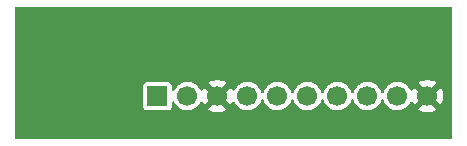
<source format=gbr>
G04 #@! TF.GenerationSoftware,KiCad,Pcbnew,9.0.2*
G04 #@! TF.CreationDate,2025-08-29T18:44:53+02:00*
G04 #@! TF.ProjectId,sio2flip,73696f32-666c-4697-902e-6b696361645f,rev?*
G04 #@! TF.SameCoordinates,Original*
G04 #@! TF.FileFunction,Copper,L2,Bot*
G04 #@! TF.FilePolarity,Positive*
%FSLAX46Y46*%
G04 Gerber Fmt 4.6, Leading zero omitted, Abs format (unit mm)*
G04 Created by KiCad (PCBNEW 9.0.2) date 2025-08-29 18:44:53*
%MOMM*%
%LPD*%
G01*
G04 APERTURE LIST*
G04 #@! TA.AperFunction,ComponentPad*
%ADD10R,1.700000X1.700000*%
G04 #@! TD*
G04 #@! TA.AperFunction,ComponentPad*
%ADD11C,1.700000*%
G04 #@! TD*
G04 #@! TA.AperFunction,ViaPad*
%ADD12C,0.600000*%
G04 #@! TD*
G04 APERTURE END LIST*
D10*
X157124330Y-92978625D03*
D11*
X159664330Y-92978625D03*
X162204330Y-92978625D03*
X164744330Y-92978625D03*
X167284330Y-92978625D03*
X169824330Y-92978625D03*
X172364330Y-92978625D03*
X174904330Y-92978625D03*
X177444330Y-92978625D03*
X179984330Y-92978625D03*
D12*
X145923000Y-94869000D03*
X174752000Y-95377000D03*
X145796000Y-86360000D03*
X179705000Y-89789000D03*
X179959000Y-95377000D03*
X179832000Y-86106000D03*
X157988000Y-90170000D03*
X175006000Y-86106000D03*
X154686000Y-86106000D03*
X170434000Y-86106000D03*
X170434000Y-89027000D03*
X159639000Y-86106000D03*
X145796000Y-90932000D03*
G04 #@! TA.AperFunction,Conductor*
G36*
X182042539Y-85435776D02*
G01*
X182088294Y-85488580D01*
X182099500Y-85540091D01*
X182099500Y-96484842D01*
X182079815Y-96551881D01*
X182027011Y-96597636D01*
X181975500Y-96608842D01*
X145158000Y-96608842D01*
X145090961Y-96589157D01*
X145045206Y-96536353D01*
X145034000Y-96484842D01*
X145034000Y-92095364D01*
X155923830Y-92095364D01*
X155923830Y-93861885D01*
X155933756Y-93930016D01*
X155985133Y-94035110D01*
X156067844Y-94117821D01*
X156067845Y-94117821D01*
X156067847Y-94117823D01*
X156172937Y-94169198D01*
X156207003Y-94174161D01*
X156241069Y-94179125D01*
X156241070Y-94179125D01*
X158007591Y-94179125D01*
X158030301Y-94175816D01*
X158075723Y-94169198D01*
X158180813Y-94117823D01*
X158263528Y-94035108D01*
X158314903Y-93930018D01*
X158324830Y-93861885D01*
X158324830Y-93510534D01*
X158344515Y-93443495D01*
X158397319Y-93397740D01*
X158466477Y-93387796D01*
X158530033Y-93416821D01*
X158559314Y-93454238D01*
X158637570Y-93607824D01*
X158748640Y-93760698D01*
X158882257Y-93894315D01*
X159035131Y-94005385D01*
X159093466Y-94035108D01*
X159203493Y-94091170D01*
X159203495Y-94091170D01*
X159203498Y-94091172D01*
X159285515Y-94117821D01*
X159383211Y-94149565D01*
X159569844Y-94179125D01*
X159569849Y-94179125D01*
X159758816Y-94179125D01*
X159945448Y-94149565D01*
X159995669Y-94133247D01*
X160125162Y-94091172D01*
X160293529Y-94005385D01*
X160446403Y-93894315D01*
X160580020Y-93760698D01*
X160691090Y-93607824D01*
X160739951Y-93511927D01*
X160787925Y-93461132D01*
X160855746Y-93444337D01*
X160921881Y-93466874D01*
X160960921Y-93511928D01*
X161049705Y-93686175D01*
X161089058Y-93740341D01*
X161721367Y-93108033D01*
X161738405Y-93171618D01*
X161804231Y-93285632D01*
X161897323Y-93378724D01*
X162011337Y-93444550D01*
X162074920Y-93461587D01*
X161442612Y-94093894D01*
X161442612Y-94093895D01*
X161496779Y-94133249D01*
X161686112Y-94229720D01*
X161888200Y-94295382D01*
X162098084Y-94328625D01*
X162310576Y-94328625D01*
X162520457Y-94295382D01*
X162520460Y-94295382D01*
X162722547Y-94229720D01*
X162911884Y-94133247D01*
X162966046Y-94093895D01*
X162966047Y-94093895D01*
X162333738Y-93461587D01*
X162397323Y-93444550D01*
X162511337Y-93378724D01*
X162604429Y-93285632D01*
X162670255Y-93171618D01*
X162687292Y-93108033D01*
X163319600Y-93740342D01*
X163319600Y-93740341D01*
X163358952Y-93686179D01*
X163447738Y-93511928D01*
X163495712Y-93461132D01*
X163563533Y-93444337D01*
X163629668Y-93466874D01*
X163668707Y-93511928D01*
X163717566Y-93607819D01*
X163717570Y-93607824D01*
X163828640Y-93760698D01*
X163962257Y-93894315D01*
X164115131Y-94005385D01*
X164173466Y-94035108D01*
X164283493Y-94091170D01*
X164283495Y-94091170D01*
X164283498Y-94091172D01*
X164365515Y-94117821D01*
X164463211Y-94149565D01*
X164649844Y-94179125D01*
X164649849Y-94179125D01*
X164838816Y-94179125D01*
X165025448Y-94149565D01*
X165075669Y-94133247D01*
X165205162Y-94091172D01*
X165373529Y-94005385D01*
X165526403Y-93894315D01*
X165660020Y-93760698D01*
X165771090Y-93607824D01*
X165856877Y-93439457D01*
X165896399Y-93317820D01*
X165935837Y-93260146D01*
X166000196Y-93232948D01*
X166069042Y-93244863D01*
X166120518Y-93292107D01*
X166132261Y-93317821D01*
X166171784Y-93439461D01*
X166257567Y-93607819D01*
X166257570Y-93607824D01*
X166368640Y-93760698D01*
X166502257Y-93894315D01*
X166655131Y-94005385D01*
X166713466Y-94035108D01*
X166823493Y-94091170D01*
X166823495Y-94091170D01*
X166823498Y-94091172D01*
X166905515Y-94117821D01*
X167003211Y-94149565D01*
X167189844Y-94179125D01*
X167189849Y-94179125D01*
X167378816Y-94179125D01*
X167565448Y-94149565D01*
X167615669Y-94133247D01*
X167745162Y-94091172D01*
X167913529Y-94005385D01*
X168066403Y-93894315D01*
X168200020Y-93760698D01*
X168311090Y-93607824D01*
X168396877Y-93439457D01*
X168436399Y-93317820D01*
X168475837Y-93260146D01*
X168540196Y-93232948D01*
X168609042Y-93244863D01*
X168660518Y-93292107D01*
X168672261Y-93317821D01*
X168711784Y-93439461D01*
X168797567Y-93607819D01*
X168797570Y-93607824D01*
X168908640Y-93760698D01*
X169042257Y-93894315D01*
X169195131Y-94005385D01*
X169253466Y-94035108D01*
X169363493Y-94091170D01*
X169363495Y-94091170D01*
X169363498Y-94091172D01*
X169445515Y-94117821D01*
X169543211Y-94149565D01*
X169729844Y-94179125D01*
X169729849Y-94179125D01*
X169918816Y-94179125D01*
X170105448Y-94149565D01*
X170155669Y-94133247D01*
X170285162Y-94091172D01*
X170453529Y-94005385D01*
X170606403Y-93894315D01*
X170740020Y-93760698D01*
X170851090Y-93607824D01*
X170936877Y-93439457D01*
X170976399Y-93317820D01*
X171015837Y-93260146D01*
X171080196Y-93232948D01*
X171149042Y-93244863D01*
X171200518Y-93292107D01*
X171212261Y-93317821D01*
X171251784Y-93439461D01*
X171337567Y-93607819D01*
X171337570Y-93607824D01*
X171448640Y-93760698D01*
X171582257Y-93894315D01*
X171735131Y-94005385D01*
X171793466Y-94035108D01*
X171903493Y-94091170D01*
X171903495Y-94091170D01*
X171903498Y-94091172D01*
X171985515Y-94117821D01*
X172083211Y-94149565D01*
X172269844Y-94179125D01*
X172269849Y-94179125D01*
X172458816Y-94179125D01*
X172645448Y-94149565D01*
X172695669Y-94133247D01*
X172825162Y-94091172D01*
X172993529Y-94005385D01*
X173146403Y-93894315D01*
X173280020Y-93760698D01*
X173391090Y-93607824D01*
X173476877Y-93439457D01*
X173516399Y-93317820D01*
X173555837Y-93260146D01*
X173620196Y-93232948D01*
X173689042Y-93244863D01*
X173740518Y-93292107D01*
X173752261Y-93317821D01*
X173791784Y-93439461D01*
X173877567Y-93607819D01*
X173877570Y-93607824D01*
X173988640Y-93760698D01*
X174122257Y-93894315D01*
X174275131Y-94005385D01*
X174333466Y-94035108D01*
X174443493Y-94091170D01*
X174443495Y-94091170D01*
X174443498Y-94091172D01*
X174525515Y-94117821D01*
X174623211Y-94149565D01*
X174809844Y-94179125D01*
X174809849Y-94179125D01*
X174998816Y-94179125D01*
X175185448Y-94149565D01*
X175235669Y-94133247D01*
X175365162Y-94091172D01*
X175533529Y-94005385D01*
X175686403Y-93894315D01*
X175820020Y-93760698D01*
X175931090Y-93607824D01*
X176016877Y-93439457D01*
X176056399Y-93317820D01*
X176095837Y-93260146D01*
X176160196Y-93232948D01*
X176229042Y-93244863D01*
X176280518Y-93292107D01*
X176292261Y-93317821D01*
X176331784Y-93439461D01*
X176417567Y-93607819D01*
X176417570Y-93607824D01*
X176528640Y-93760698D01*
X176662257Y-93894315D01*
X176815131Y-94005385D01*
X176873466Y-94035108D01*
X176983493Y-94091170D01*
X176983495Y-94091170D01*
X176983498Y-94091172D01*
X177065515Y-94117821D01*
X177163211Y-94149565D01*
X177349844Y-94179125D01*
X177349849Y-94179125D01*
X177538816Y-94179125D01*
X177725448Y-94149565D01*
X177775669Y-94133247D01*
X177905162Y-94091172D01*
X178073529Y-94005385D01*
X178226403Y-93894315D01*
X178360020Y-93760698D01*
X178471090Y-93607824D01*
X178519951Y-93511927D01*
X178567925Y-93461132D01*
X178635746Y-93444337D01*
X178701881Y-93466874D01*
X178740921Y-93511928D01*
X178829705Y-93686175D01*
X178869058Y-93740341D01*
X179501367Y-93108033D01*
X179518405Y-93171618D01*
X179584231Y-93285632D01*
X179677323Y-93378724D01*
X179791337Y-93444550D01*
X179854920Y-93461587D01*
X179222612Y-94093894D01*
X179222612Y-94093895D01*
X179276779Y-94133249D01*
X179466112Y-94229720D01*
X179668200Y-94295382D01*
X179878084Y-94328625D01*
X180090576Y-94328625D01*
X180300457Y-94295382D01*
X180300460Y-94295382D01*
X180502547Y-94229720D01*
X180691884Y-94133247D01*
X180746046Y-94093895D01*
X180746047Y-94093895D01*
X180113738Y-93461587D01*
X180177323Y-93444550D01*
X180291337Y-93378724D01*
X180384429Y-93285632D01*
X180450255Y-93171618D01*
X180467292Y-93108034D01*
X181099600Y-93740342D01*
X181099600Y-93740341D01*
X181138952Y-93686179D01*
X181235425Y-93496842D01*
X181301087Y-93294755D01*
X181301087Y-93294752D01*
X181334330Y-93084871D01*
X181334330Y-92872378D01*
X181301087Y-92662497D01*
X181301087Y-92662494D01*
X181235425Y-92460407D01*
X181138954Y-92271074D01*
X181099600Y-92216907D01*
X181099599Y-92216907D01*
X180467292Y-92849215D01*
X180450255Y-92785632D01*
X180384429Y-92671618D01*
X180291337Y-92578526D01*
X180177323Y-92512700D01*
X180113739Y-92495662D01*
X180746046Y-91863353D01*
X180691880Y-91824000D01*
X180502547Y-91727529D01*
X180300459Y-91661867D01*
X180090576Y-91628625D01*
X179878084Y-91628625D01*
X179668202Y-91661867D01*
X179668199Y-91661867D01*
X179466112Y-91727529D01*
X179276769Y-91824005D01*
X179222612Y-91863352D01*
X179222612Y-91863353D01*
X179854921Y-92495662D01*
X179791337Y-92512700D01*
X179677323Y-92578526D01*
X179584231Y-92671618D01*
X179518405Y-92785632D01*
X179501367Y-92849216D01*
X178869058Y-92216907D01*
X178869057Y-92216907D01*
X178829710Y-92271065D01*
X178829708Y-92271068D01*
X178740920Y-92445322D01*
X178692946Y-92496117D01*
X178625124Y-92512912D01*
X178558990Y-92490374D01*
X178519951Y-92445321D01*
X178471089Y-92349425D01*
X178360020Y-92196552D01*
X178226403Y-92062935D01*
X178073529Y-91951865D01*
X177905166Y-91866079D01*
X177725448Y-91807684D01*
X177538816Y-91778125D01*
X177538811Y-91778125D01*
X177349849Y-91778125D01*
X177349844Y-91778125D01*
X177163211Y-91807684D01*
X176983493Y-91866079D01*
X176815130Y-91951865D01*
X176733835Y-92010930D01*
X176662257Y-92062935D01*
X176662255Y-92062937D01*
X176662254Y-92062937D01*
X176528642Y-92196549D01*
X176528642Y-92196550D01*
X176528640Y-92196552D01*
X176480940Y-92262204D01*
X176417570Y-92349425D01*
X176331784Y-92517788D01*
X176292261Y-92639428D01*
X176252823Y-92697103D01*
X176188464Y-92724301D01*
X176119618Y-92712386D01*
X176068142Y-92665141D01*
X176056399Y-92639428D01*
X176028578Y-92553806D01*
X176016877Y-92517793D01*
X176016875Y-92517790D01*
X176016875Y-92517788D01*
X175931089Y-92349425D01*
X175820020Y-92196552D01*
X175686403Y-92062935D01*
X175533529Y-91951865D01*
X175365166Y-91866079D01*
X175185448Y-91807684D01*
X174998816Y-91778125D01*
X174998811Y-91778125D01*
X174809849Y-91778125D01*
X174809844Y-91778125D01*
X174623211Y-91807684D01*
X174443493Y-91866079D01*
X174275130Y-91951865D01*
X174193835Y-92010930D01*
X174122257Y-92062935D01*
X174122255Y-92062937D01*
X174122254Y-92062937D01*
X173988642Y-92196549D01*
X173988642Y-92196550D01*
X173988640Y-92196552D01*
X173940940Y-92262204D01*
X173877570Y-92349425D01*
X173791784Y-92517788D01*
X173752261Y-92639428D01*
X173712823Y-92697103D01*
X173648464Y-92724301D01*
X173579618Y-92712386D01*
X173528142Y-92665141D01*
X173516399Y-92639428D01*
X173488578Y-92553806D01*
X173476877Y-92517793D01*
X173476875Y-92517790D01*
X173476875Y-92517788D01*
X173391089Y-92349425D01*
X173280020Y-92196552D01*
X173146403Y-92062935D01*
X172993529Y-91951865D01*
X172825166Y-91866079D01*
X172645448Y-91807684D01*
X172458816Y-91778125D01*
X172458811Y-91778125D01*
X172269849Y-91778125D01*
X172269844Y-91778125D01*
X172083211Y-91807684D01*
X171903493Y-91866079D01*
X171735130Y-91951865D01*
X171653835Y-92010930D01*
X171582257Y-92062935D01*
X171582255Y-92062937D01*
X171582254Y-92062937D01*
X171448642Y-92196549D01*
X171448642Y-92196550D01*
X171448640Y-92196552D01*
X171400940Y-92262204D01*
X171337570Y-92349425D01*
X171251784Y-92517788D01*
X171212261Y-92639428D01*
X171172823Y-92697103D01*
X171108464Y-92724301D01*
X171039618Y-92712386D01*
X170988142Y-92665141D01*
X170976399Y-92639428D01*
X170948578Y-92553806D01*
X170936877Y-92517793D01*
X170936875Y-92517790D01*
X170936875Y-92517788D01*
X170851089Y-92349425D01*
X170740020Y-92196552D01*
X170606403Y-92062935D01*
X170453529Y-91951865D01*
X170285166Y-91866079D01*
X170105448Y-91807684D01*
X169918816Y-91778125D01*
X169918811Y-91778125D01*
X169729849Y-91778125D01*
X169729844Y-91778125D01*
X169543211Y-91807684D01*
X169363493Y-91866079D01*
X169195130Y-91951865D01*
X169113835Y-92010930D01*
X169042257Y-92062935D01*
X169042255Y-92062937D01*
X169042254Y-92062937D01*
X168908642Y-92196549D01*
X168908642Y-92196550D01*
X168908640Y-92196552D01*
X168860940Y-92262204D01*
X168797570Y-92349425D01*
X168711784Y-92517788D01*
X168672261Y-92639428D01*
X168632823Y-92697103D01*
X168568464Y-92724301D01*
X168499618Y-92712386D01*
X168448142Y-92665141D01*
X168436399Y-92639428D01*
X168408578Y-92553806D01*
X168396877Y-92517793D01*
X168396875Y-92517790D01*
X168396875Y-92517788D01*
X168311089Y-92349425D01*
X168200020Y-92196552D01*
X168066403Y-92062935D01*
X167913529Y-91951865D01*
X167745166Y-91866079D01*
X167565448Y-91807684D01*
X167378816Y-91778125D01*
X167378811Y-91778125D01*
X167189849Y-91778125D01*
X167189844Y-91778125D01*
X167003211Y-91807684D01*
X166823493Y-91866079D01*
X166655130Y-91951865D01*
X166573835Y-92010930D01*
X166502257Y-92062935D01*
X166502255Y-92062937D01*
X166502254Y-92062937D01*
X166368642Y-92196549D01*
X166368642Y-92196550D01*
X166368640Y-92196552D01*
X166320940Y-92262204D01*
X166257570Y-92349425D01*
X166171784Y-92517788D01*
X166132261Y-92639428D01*
X166092823Y-92697103D01*
X166028464Y-92724301D01*
X165959618Y-92712386D01*
X165908142Y-92665141D01*
X165896399Y-92639428D01*
X165868578Y-92553806D01*
X165856877Y-92517793D01*
X165856875Y-92517790D01*
X165856875Y-92517788D01*
X165771089Y-92349425D01*
X165660020Y-92196552D01*
X165526403Y-92062935D01*
X165373529Y-91951865D01*
X165205166Y-91866079D01*
X165025448Y-91807684D01*
X164838816Y-91778125D01*
X164838811Y-91778125D01*
X164649849Y-91778125D01*
X164649844Y-91778125D01*
X164463211Y-91807684D01*
X164283493Y-91866079D01*
X164115130Y-91951865D01*
X164033835Y-92010930D01*
X163962257Y-92062935D01*
X163962255Y-92062937D01*
X163962254Y-92062937D01*
X163828642Y-92196549D01*
X163828642Y-92196550D01*
X163828640Y-92196552D01*
X163774503Y-92271065D01*
X163717568Y-92349428D01*
X163668707Y-92445322D01*
X163620732Y-92496117D01*
X163552911Y-92512912D01*
X163486777Y-92490374D01*
X163447738Y-92445321D01*
X163358954Y-92271074D01*
X163319600Y-92216907D01*
X163319599Y-92216907D01*
X162687292Y-92849215D01*
X162670255Y-92785632D01*
X162604429Y-92671618D01*
X162511337Y-92578526D01*
X162397323Y-92512700D01*
X162333739Y-92495662D01*
X162966046Y-91863353D01*
X162911880Y-91824000D01*
X162722547Y-91727529D01*
X162520459Y-91661867D01*
X162310576Y-91628625D01*
X162098084Y-91628625D01*
X161888202Y-91661867D01*
X161888199Y-91661867D01*
X161686112Y-91727529D01*
X161496769Y-91824005D01*
X161442612Y-91863352D01*
X161442612Y-91863353D01*
X162074921Y-92495662D01*
X162011337Y-92512700D01*
X161897323Y-92578526D01*
X161804231Y-92671618D01*
X161738405Y-92785632D01*
X161721367Y-92849216D01*
X161089058Y-92216907D01*
X161089057Y-92216907D01*
X161049710Y-92271065D01*
X161049708Y-92271068D01*
X160960920Y-92445322D01*
X160912946Y-92496117D01*
X160845124Y-92512912D01*
X160778990Y-92490374D01*
X160739951Y-92445321D01*
X160691089Y-92349425D01*
X160580020Y-92196552D01*
X160446403Y-92062935D01*
X160293529Y-91951865D01*
X160125166Y-91866079D01*
X159945448Y-91807684D01*
X159758816Y-91778125D01*
X159758811Y-91778125D01*
X159569849Y-91778125D01*
X159569844Y-91778125D01*
X159383211Y-91807684D01*
X159203493Y-91866079D01*
X159035130Y-91951865D01*
X158953835Y-92010930D01*
X158882257Y-92062935D01*
X158882255Y-92062937D01*
X158882254Y-92062937D01*
X158748642Y-92196549D01*
X158748642Y-92196550D01*
X158748640Y-92196552D01*
X158700940Y-92262204D01*
X158637570Y-92349425D01*
X158559315Y-92503010D01*
X158511340Y-92553806D01*
X158443519Y-92570601D01*
X158377384Y-92548064D01*
X158333933Y-92493348D01*
X158324830Y-92446715D01*
X158324830Y-92095364D01*
X158314903Y-92027233D01*
X158306933Y-92010930D01*
X158263528Y-91922142D01*
X158263526Y-91922140D01*
X158263526Y-91922139D01*
X158180815Y-91839428D01*
X158075721Y-91788051D01*
X158007591Y-91778125D01*
X158007590Y-91778125D01*
X156241070Y-91778125D01*
X156241069Y-91778125D01*
X156172938Y-91788051D01*
X156067844Y-91839428D01*
X155985133Y-91922139D01*
X155933756Y-92027233D01*
X155923830Y-92095364D01*
X145034000Y-92095364D01*
X145034000Y-85540091D01*
X145053685Y-85473052D01*
X145106489Y-85427297D01*
X145158000Y-85416091D01*
X181975500Y-85416091D01*
X182042539Y-85435776D01*
G37*
G04 #@! TD.AperFunction*
M02*

</source>
